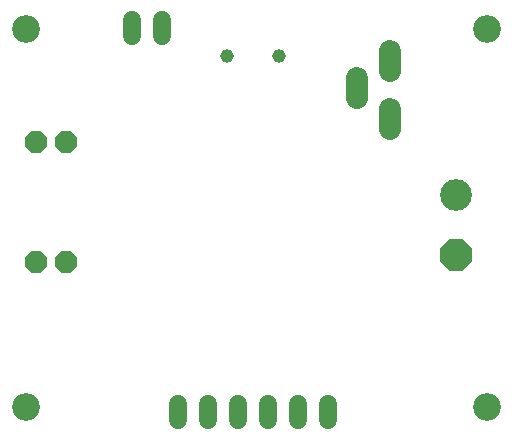
<source format=gbr>
G04 EAGLE Gerber RS-274X export*
G75*
%MOMM*%
%FSLAX34Y34*%
%LPD*%
%INSoldermask Bottom*%
%IPPOS*%
%AMOC8*
5,1,8,0,0,1.08239X$1,22.5*%
G01*
%ADD10C,2.352400*%
%ADD11P,1.979475X8X292.500000*%
%ADD12C,1.152400*%
%ADD13C,2.692400*%
%ADD14P,2.914227X8X292.500000*%
%ADD15C,1.858800*%
%ADD16C,1.558800*%


D10*
X30000Y350000D03*
X30000Y30000D03*
X420000Y30000D03*
X420000Y350000D03*
D11*
X38100Y254000D03*
X38100Y152400D03*
D12*
X244250Y326550D03*
X200250Y326550D03*
D13*
X393700Y209550D03*
D14*
X393700Y158750D03*
D15*
X338420Y314008D02*
X338420Y331072D01*
X338420Y282072D02*
X338420Y265008D01*
X310420Y291008D02*
X310420Y308072D01*
D16*
X144780Y343488D02*
X144780Y357552D01*
X119380Y357552D02*
X119380Y343488D01*
X209550Y32432D02*
X209550Y18368D01*
X234950Y18368D02*
X234950Y32432D01*
X260350Y32432D02*
X260350Y18368D01*
X285750Y18368D02*
X285750Y32432D01*
X158750Y32432D02*
X158750Y18368D01*
X184150Y18368D02*
X184150Y32432D01*
D11*
X63500Y254000D03*
X63500Y152400D03*
M02*

</source>
